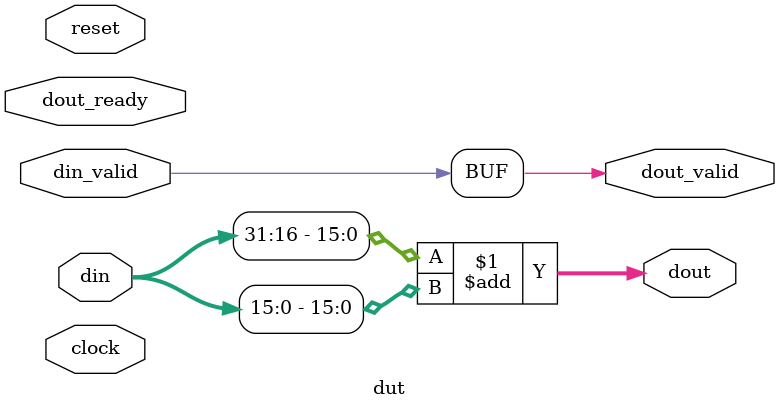
<source format=v>
module dut(
	input clock, reset,
	input din_valid,
	input [31:0] din,
	input dout_ready,
	output dout_valid,
	output [31:0] dout
);
	assign dout_valid = din_valid;
	assign dout = din[31:16] + din[15:0];
endmodule
</source>
